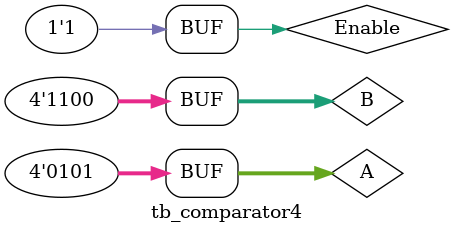
<source format=v>
`timescale 10ns/1ps
module tb_comparator4;

wire GT, EQ, LT;
reg  [3:0] A;
reg  [3:0] B;
reg  Enable;

// Form :module comparator4 (GT,EQ, LT, [3:0] A, [3:0] B, Enable)
comparator4 my_comparator (GT, EQ, LT, A, B, Enable);

 initial begin
 	    A = 4'b0000; B=4'b0000; Enable = 1'b0;
	#1  A = 4'b0000; B=4'b0001; Enable = 1'b0;
	#1  A = 4'b0001; B=4'b0001; Enable = 1'b1;
	#1  A = 4'b0110; B=4'b0011; Enable = 1'b1;
	#1  A = 4'b1000; B=4'b0000; Enable = 1'b1;
	#1  A = 4'b0000; B=4'b0000; Enable = 1'b0;
	#1  A = 4'b0011; B=4'b0001; Enable = 1'b1;
	#1  A = 4'b1000; B=4'b1000; Enable = 1'b1;
	#1  A = 4'b0101; B=4'b1100; Enable = 1'b1;
	#5;
end

endmodule


</source>
